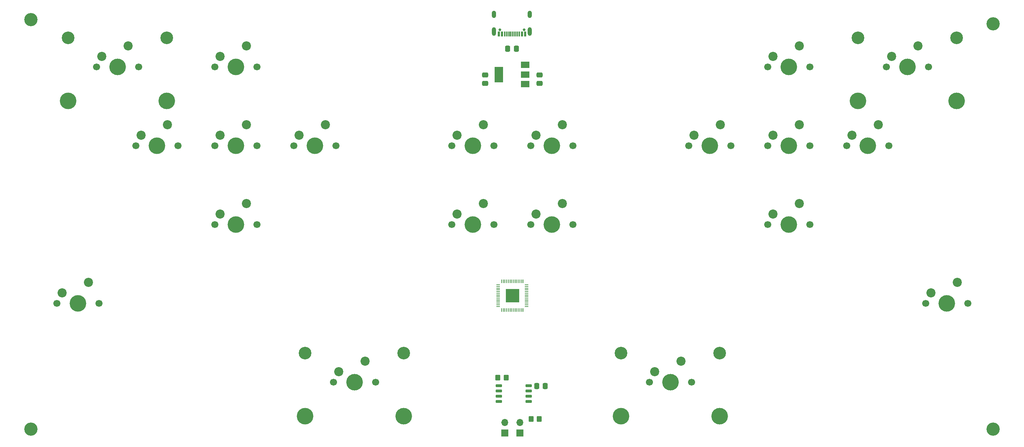
<source format=gbr>
%TF.GenerationSoftware,KiCad,Pcbnew,7.0.7*%
%TF.CreationDate,2023-10-06T06:03:54+09:00*%
%TF.ProjectId,Sixtar-Switch,53697874-6172-42d5-9377-697463682e6b,rev?*%
%TF.SameCoordinates,Original*%
%TF.FileFunction,Soldermask,Top*%
%TF.FilePolarity,Negative*%
%FSLAX46Y46*%
G04 Gerber Fmt 4.6, Leading zero omitted, Abs format (unit mm)*
G04 Created by KiCad (PCBNEW 7.0.7) date 2023-10-06 06:03:54*
%MOMM*%
%LPD*%
G01*
G04 APERTURE LIST*
G04 Aperture macros list*
%AMRoundRect*
0 Rectangle with rounded corners*
0 $1 Rounding radius*
0 $2 $3 $4 $5 $6 $7 $8 $9 X,Y pos of 4 corners*
0 Add a 4 corners polygon primitive as box body*
4,1,4,$2,$3,$4,$5,$6,$7,$8,$9,$2,$3,0*
0 Add four circle primitives for the rounded corners*
1,1,$1+$1,$2,$3*
1,1,$1+$1,$4,$5*
1,1,$1+$1,$6,$7*
1,1,$1+$1,$8,$9*
0 Add four rect primitives between the rounded corners*
20,1,$1+$1,$2,$3,$4,$5,0*
20,1,$1+$1,$4,$5,$6,$7,0*
20,1,$1+$1,$6,$7,$8,$9,0*
20,1,$1+$1,$8,$9,$2,$3,0*%
G04 Aperture macros list end*
%ADD10C,0.650000*%
%ADD11R,0.600000X1.150000*%
%ADD12R,0.300000X1.150000*%
%ADD13O,1.000000X2.100000*%
%ADD14O,1.000000X1.800000*%
%ADD15RoundRect,0.050000X-0.387500X-0.050000X0.387500X-0.050000X0.387500X0.050000X-0.387500X0.050000X0*%
%ADD16RoundRect,0.050000X-0.050000X-0.387500X0.050000X-0.387500X0.050000X0.387500X-0.050000X0.387500X0*%
%ADD17R,3.200000X3.200000*%
%ADD18R,1.700000X1.700000*%
%ADD19O,1.700000X1.700000*%
%ADD20C,3.050000*%
%ADD21C,4.000000*%
%ADD22C,1.700000*%
%ADD23C,2.200000*%
%ADD24C,3.200000*%
%ADD25RoundRect,0.250000X0.475000X-0.337500X0.475000X0.337500X-0.475000X0.337500X-0.475000X-0.337500X0*%
%ADD26RoundRect,0.250000X-0.350000X-0.450000X0.350000X-0.450000X0.350000X0.450000X-0.350000X0.450000X0*%
%ADD27RoundRect,0.250000X-0.337500X-0.475000X0.337500X-0.475000X0.337500X0.475000X-0.337500X0.475000X0*%
%ADD28R,2.000000X1.500000*%
%ADD29R,2.000000X3.800000*%
%ADD30RoundRect,0.150000X-0.650000X-0.150000X0.650000X-0.150000X0.650000X0.150000X-0.650000X0.150000X0*%
G04 APERTURE END LIST*
D10*
%TO.C,J1*%
X140890000Y-24405000D03*
X135110000Y-24405000D03*
D11*
X141200000Y-25480000D03*
X140400000Y-25480000D03*
D12*
X139250000Y-25480000D03*
X138250000Y-25480000D03*
X137750000Y-25480000D03*
X136750000Y-25480000D03*
D11*
X135600000Y-25480000D03*
X134800000Y-25480000D03*
X134800000Y-25480000D03*
X135600000Y-25480000D03*
D12*
X136250000Y-25480000D03*
X137250000Y-25480000D03*
X138750000Y-25480000D03*
X139750000Y-25480000D03*
D11*
X140400000Y-25480000D03*
X141200000Y-25480000D03*
D13*
X142320000Y-24905000D03*
D14*
X142320000Y-20725000D03*
D13*
X133680000Y-24905000D03*
D14*
X133680000Y-20725000D03*
%TD*%
D15*
%TO.C,U3*%
X134662500Y-86100000D03*
X134662500Y-86500000D03*
X134662500Y-86900000D03*
X134662500Y-87300000D03*
X134662500Y-87700000D03*
X134662500Y-88100000D03*
X134662500Y-88500000D03*
X134662500Y-88900000D03*
X134662500Y-89300000D03*
X134662500Y-89700000D03*
X134662500Y-90100000D03*
X134662500Y-90500000D03*
X134662500Y-90900000D03*
X134662500Y-91300000D03*
D16*
X135500000Y-92137500D03*
X135900000Y-92137500D03*
X136300000Y-92137500D03*
X136700000Y-92137500D03*
X137100000Y-92137500D03*
X137500000Y-92137500D03*
X137900000Y-92137500D03*
X138300000Y-92137500D03*
X138700000Y-92137500D03*
X139100000Y-92137500D03*
X139500000Y-92137500D03*
X139900000Y-92137500D03*
X140300000Y-92137500D03*
X140700000Y-92137500D03*
D15*
X141537500Y-91300000D03*
X141537500Y-90900000D03*
X141537500Y-90500000D03*
X141537500Y-90100000D03*
X141537500Y-89700000D03*
X141537500Y-89300000D03*
X141537500Y-88900000D03*
X141537500Y-88500000D03*
X141537500Y-88100000D03*
X141537500Y-87700000D03*
X141537500Y-87300000D03*
X141537500Y-86900000D03*
X141537500Y-86500000D03*
X141537500Y-86100000D03*
D16*
X140700000Y-85262500D03*
X140300000Y-85262500D03*
X139900000Y-85262500D03*
X139500000Y-85262500D03*
X139100000Y-85262500D03*
X138700000Y-85262500D03*
X138300000Y-85262500D03*
X137900000Y-85262500D03*
X137500000Y-85262500D03*
X137100000Y-85262500D03*
X136700000Y-85262500D03*
X136300000Y-85262500D03*
X135900000Y-85262500D03*
X135500000Y-85262500D03*
D17*
X138100000Y-88700000D03*
%TD*%
D18*
%TO.C,RESET_SW1*%
X136295000Y-121860000D03*
D19*
X136295000Y-119320000D03*
%TD*%
D20*
%TO.C,SW1*%
X30956250Y-26431875D03*
D21*
X30956250Y-41671875D03*
D22*
X37776250Y-33431875D03*
D21*
X42856250Y-33431875D03*
D22*
X47936250Y-33431875D03*
D20*
X54756250Y-26431875D03*
D21*
X54756250Y-41671875D03*
D23*
X45396250Y-28351875D03*
X39046250Y-30891875D03*
%TD*%
D22*
%TO.C,SW8*%
X123501250Y-52481875D03*
D21*
X128581250Y-52481875D03*
D22*
X133661250Y-52481875D03*
D23*
X131121250Y-47401875D03*
X124771250Y-49941875D03*
%TD*%
D24*
%TO.C,H1*%
X22000000Y-22000000D03*
%TD*%
D22*
%TO.C,SW14*%
X123501250Y-71531875D03*
D21*
X128581250Y-71531875D03*
D22*
X133661250Y-71531875D03*
D23*
X131121250Y-66451875D03*
X124771250Y-68991875D03*
%TD*%
D25*
%TO.C,C2*%
X144630000Y-37437500D03*
X144630000Y-35362500D03*
%TD*%
D22*
%TO.C,SW16*%
X199701250Y-71531875D03*
D21*
X204781250Y-71531875D03*
D22*
X209861250Y-71531875D03*
D23*
X207321250Y-66451875D03*
X200971250Y-68991875D03*
%TD*%
D26*
%TO.C,R10*%
X142600000Y-118500000D03*
X144600000Y-118500000D03*
%TD*%
D22*
%TO.C,SW18*%
X237801250Y-90581875D03*
D21*
X242881250Y-90581875D03*
D22*
X247961250Y-90581875D03*
D23*
X245421250Y-85501875D03*
X239071250Y-88041875D03*
%TD*%
D22*
%TO.C,SW7*%
X85401250Y-52481875D03*
D21*
X90481250Y-52481875D03*
D22*
X95561250Y-52481875D03*
D23*
X93021250Y-47401875D03*
X86671250Y-49941875D03*
%TD*%
D24*
%TO.C,H2*%
X254000000Y-23000000D03*
%TD*%
D27*
%TO.C,C4*%
X143952500Y-110520000D03*
X146027500Y-110520000D03*
%TD*%
D22*
%TO.C,SW3*%
X199701250Y-33431875D03*
D21*
X204781250Y-33431875D03*
D22*
X209861250Y-33431875D03*
D23*
X207321250Y-28351875D03*
X200971250Y-30891875D03*
%TD*%
D28*
%TO.C,U1*%
X141150000Y-37550000D03*
X141150000Y-35250000D03*
D29*
X134850000Y-35250000D03*
D28*
X141150000Y-32950000D03*
%TD*%
D20*
%TO.C,SW19*%
X88106250Y-102631875D03*
D21*
X88106250Y-117871875D03*
D22*
X94926250Y-109631875D03*
D21*
X100006250Y-109631875D03*
D22*
X105086250Y-109631875D03*
D20*
X111906250Y-102631875D03*
D21*
X111906250Y-117871875D03*
D23*
X102546250Y-104551875D03*
X96196250Y-107091875D03*
%TD*%
D22*
%TO.C,SW17*%
X28251250Y-90581875D03*
D21*
X33331250Y-90581875D03*
D22*
X38411250Y-90581875D03*
D23*
X35871250Y-85501875D03*
X29521250Y-88041875D03*
%TD*%
D22*
%TO.C,SW13*%
X66351250Y-71531875D03*
D21*
X71431250Y-71531875D03*
D22*
X76511250Y-71531875D03*
D23*
X73971250Y-66451875D03*
X67621250Y-68991875D03*
%TD*%
D22*
%TO.C,SW10*%
X180651250Y-52481875D03*
D21*
X185731250Y-52481875D03*
D22*
X190811250Y-52481875D03*
D23*
X188271250Y-47401875D03*
X181921250Y-49941875D03*
%TD*%
D22*
%TO.C,SW9*%
X142551250Y-52481875D03*
D21*
X147631250Y-52481875D03*
D22*
X152711250Y-52481875D03*
D23*
X150171250Y-47401875D03*
X143821250Y-49941875D03*
%TD*%
D25*
%TO.C,C3*%
X131500000Y-37437500D03*
X131500000Y-35362500D03*
%TD*%
D30*
%TO.C,U2*%
X134800000Y-110495000D03*
X134800000Y-111765000D03*
X134800000Y-113035000D03*
X134800000Y-114305000D03*
X142000000Y-114305000D03*
X142000000Y-113035000D03*
X142000000Y-111765000D03*
X142000000Y-110495000D03*
%TD*%
D20*
%TO.C,SW20*%
X164306250Y-102631875D03*
D21*
X164306250Y-117871875D03*
D22*
X171126250Y-109631875D03*
D21*
X176206250Y-109631875D03*
D22*
X181286250Y-109631875D03*
D20*
X188106250Y-102631875D03*
D21*
X188106250Y-117871875D03*
D23*
X178746250Y-104551875D03*
X172396250Y-107091875D03*
%TD*%
D26*
%TO.C,R9*%
X134600000Y-108550000D03*
X136600000Y-108550000D03*
%TD*%
D22*
%TO.C,SW2*%
X66351250Y-33431875D03*
D21*
X71431250Y-33431875D03*
D22*
X76511250Y-33431875D03*
D23*
X73971250Y-28351875D03*
X67621250Y-30891875D03*
%TD*%
D22*
%TO.C,SW11*%
X199701250Y-52481875D03*
D21*
X204781250Y-52481875D03*
D22*
X209861250Y-52481875D03*
D23*
X207321250Y-47401875D03*
X200971250Y-49941875D03*
%TD*%
D27*
%TO.C,C1*%
X136962500Y-29050000D03*
X139037500Y-29050000D03*
%TD*%
D22*
%TO.C,SW6*%
X66351250Y-52481875D03*
D21*
X71431250Y-52481875D03*
D22*
X76511250Y-52481875D03*
D23*
X73971250Y-47401875D03*
X67621250Y-49941875D03*
%TD*%
D22*
%TO.C,SW5*%
X47301250Y-52481875D03*
D21*
X52381250Y-52481875D03*
D22*
X57461250Y-52481875D03*
D23*
X54921250Y-47401875D03*
X48571250Y-49941875D03*
%TD*%
D22*
%TO.C,SW15*%
X142551250Y-71531875D03*
D21*
X147631250Y-71531875D03*
D22*
X152711250Y-71531875D03*
D23*
X150171250Y-66451875D03*
X143821250Y-68991875D03*
%TD*%
D24*
%TO.C,H3*%
X22000000Y-121000000D03*
%TD*%
D20*
%TO.C,SW4*%
X221456250Y-26431875D03*
D21*
X221456250Y-41671875D03*
D22*
X228276250Y-33431875D03*
D21*
X233356250Y-33431875D03*
D22*
X238436250Y-33431875D03*
D20*
X245256250Y-26431875D03*
D21*
X245256250Y-41671875D03*
D23*
X235896250Y-28351875D03*
X229546250Y-30891875D03*
%TD*%
D24*
%TO.C,H4*%
X254000000Y-121000000D03*
%TD*%
D18*
%TO.C,BOOT_SW1*%
X139905000Y-121860000D03*
D19*
X139905000Y-119320000D03*
%TD*%
D22*
%TO.C,SW12*%
X218751250Y-52481875D03*
D21*
X223831250Y-52481875D03*
D22*
X228911250Y-52481875D03*
D23*
X226371250Y-47401875D03*
X220021250Y-49941875D03*
%TD*%
M02*

</source>
